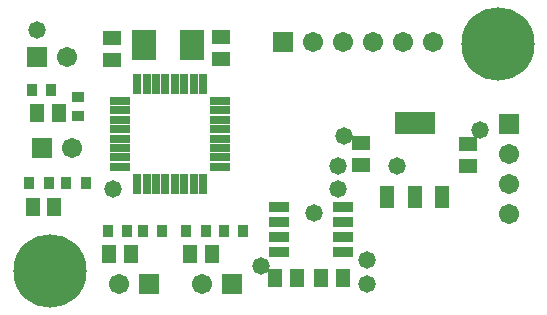
<source format=gts>
G04*
G04 #@! TF.GenerationSoftware,Altium Limited,Altium Designer,21.0.9 (235)*
G04*
G04 Layer_Color=8388736*
%FSLAX24Y24*%
%MOIN*%
G70*
G04*
G04 #@! TF.SameCoordinates,1426A075-E80E-4D23-AB6D-1C87A62E9550*
G04*
G04*
G04 #@! TF.FilePolarity,Negative*
G04*
G01*
G75*
%ADD24R,0.0611X0.0474*%
%ADD25R,0.0828X0.1025*%
%ADD26R,0.0661X0.0316*%
%ADD27R,0.0316X0.0661*%
%ADD28R,0.0474X0.0611*%
%ADD29R,0.0415X0.0356*%
%ADD30R,0.0356X0.0415*%
%ADD31R,0.0690X0.0356*%
%ADD32R,0.1340X0.0769*%
%ADD33R,0.0454X0.0769*%
%ADD34R,0.0671X0.0671*%
%ADD35C,0.0671*%
%ADD36R,0.0671X0.0671*%
%ADD37C,0.2442*%
%ADD38C,0.0580*%
D24*
X17320Y23765D02*
D03*
Y24493D02*
D03*
X13698Y23726D02*
D03*
Y24454D02*
D03*
X22005Y20222D02*
D03*
Y20950D02*
D03*
X25548Y20192D02*
D03*
Y20920D02*
D03*
D25*
X16355Y24208D02*
D03*
X14741D02*
D03*
D26*
X17295Y22357D02*
D03*
Y22043D02*
D03*
Y21728D02*
D03*
Y21413D02*
D03*
Y21098D02*
D03*
Y20783D02*
D03*
Y20468D02*
D03*
Y20153D02*
D03*
X13958D02*
D03*
Y20468D02*
D03*
Y20783D02*
D03*
Y21098D02*
D03*
Y21413D02*
D03*
Y21728D02*
D03*
Y22043D02*
D03*
Y22357D02*
D03*
D27*
X16729Y19587D02*
D03*
X16414D02*
D03*
X16099D02*
D03*
X15784D02*
D03*
X15469D02*
D03*
X15154D02*
D03*
X14839D02*
D03*
X14524D02*
D03*
Y22924D02*
D03*
X14839D02*
D03*
X15154D02*
D03*
X15469D02*
D03*
X15784D02*
D03*
X16099D02*
D03*
X16414D02*
D03*
X16729D02*
D03*
D28*
X11906Y21964D02*
D03*
X11178D02*
D03*
X11768Y18814D02*
D03*
X11040D02*
D03*
X13599Y17239D02*
D03*
X14328D02*
D03*
X16296D02*
D03*
X17024D02*
D03*
X20656Y16452D02*
D03*
X21385D02*
D03*
X19839D02*
D03*
X19111D02*
D03*
D29*
X12556Y21836D02*
D03*
Y22485D02*
D03*
D30*
X11020Y22712D02*
D03*
X11670D02*
D03*
X12812Y19602D02*
D03*
X12162D02*
D03*
X10922D02*
D03*
X11572D02*
D03*
X13540Y18027D02*
D03*
X14190D02*
D03*
X15371D02*
D03*
X14721D02*
D03*
X16168D02*
D03*
X16818D02*
D03*
X18068D02*
D03*
X17418D02*
D03*
D31*
X19239Y18816D02*
D03*
Y18316D02*
D03*
Y17816D02*
D03*
Y17316D02*
D03*
X21385D02*
D03*
Y17816D02*
D03*
Y18316D02*
D03*
Y18816D02*
D03*
D32*
X23776Y21629D02*
D03*
D33*
X24682Y19149D02*
D03*
X23776D02*
D03*
X22871D02*
D03*
D34*
X17674Y16255D02*
D03*
X14918D02*
D03*
X11359Y20783D02*
D03*
X11202Y23814D02*
D03*
X19383Y24326D02*
D03*
D35*
X16674Y16255D02*
D03*
X13918D02*
D03*
X12359Y20783D02*
D03*
X12202Y23814D02*
D03*
X24383Y24326D02*
D03*
X23383D02*
D03*
X22383D02*
D03*
X21383D02*
D03*
X20383D02*
D03*
X26926Y20586D02*
D03*
Y19586D02*
D03*
Y18586D02*
D03*
D36*
Y21586D02*
D03*
D37*
X26550Y24255D02*
D03*
X11611Y16688D02*
D03*
D38*
X18658Y16846D02*
D03*
X22202Y16255D02*
D03*
X25942Y21373D02*
D03*
X23186Y20192D02*
D03*
X21414Y21176D02*
D03*
X20430Y18617D02*
D03*
X21217Y19405D02*
D03*
X13737D02*
D03*
X11178Y24720D02*
D03*
X22202Y17043D02*
D03*
X21217Y20192D02*
D03*
M02*

</source>
